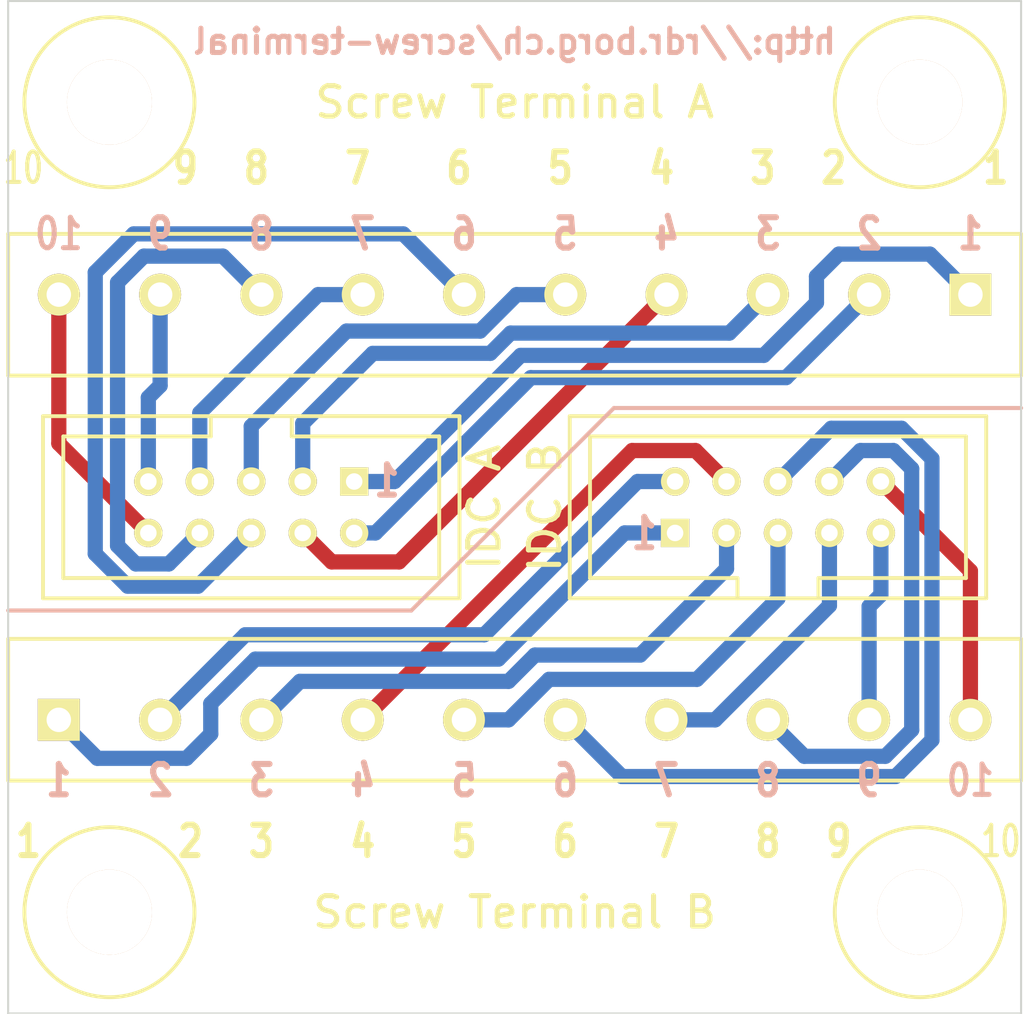
<source format=kicad_pcb>
(kicad_pcb (version 4) (host pcbnew 4.0.2+dfsg1-stable)

  (general
    (links 20)
    (no_connects 0)
    (area 49.697619 48.36745 100.293931 100.050001)
    (thickness 1.6)
    (drawings 50)
    (tracks 96)
    (zones 0)
    (modules 8)
    (nets 21)
  )

  (page A4)
  (title_block
    (title "Borg Bidi Shift Register PCB")
    (rev 1.0)
  )

  (layers
    (0 F.Cu signal)
    (31 B.Cu signal)
    (32 B.Adhes user)
    (33 F.Adhes user)
    (34 B.Paste user)
    (35 F.Paste user)
    (36 B.SilkS user)
    (37 F.SilkS user)
    (38 B.Mask user)
    (39 F.Mask user)
    (40 Dwgs.User user)
    (41 Cmts.User user)
    (42 Eco1.User user)
    (43 Eco2.User user)
    (44 Edge.Cuts user)
    (45 Margin user)
    (46 B.CrtYd user)
    (47 F.CrtYd user)
    (48 B.Fab user)
    (49 F.Fab user)
  )

  (setup
    (last_trace_width 0.75)
    (trace_clearance 0.2)
    (zone_clearance 0.508)
    (zone_45_only no)
    (trace_min 0.2)
    (segment_width 0.2)
    (edge_width 0.1)
    (via_size 0.6)
    (via_drill 0.4)
    (via_min_size 0.4)
    (via_min_drill 0.3)
    (uvia_size 0.3)
    (uvia_drill 0.1)
    (uvias_allowed no)
    (uvia_min_size 0.2)
    (uvia_min_drill 0.1)
    (pcb_text_width 0.3)
    (pcb_text_size 1.5 1.5)
    (mod_edge_width 0.15)
    (mod_text_size 1 1)
    (mod_text_width 0.15)
    (pad_size 1.5 1.5)
    (pad_drill 0.6)
    (pad_to_mask_clearance 0)
    (aux_axis_origin 0 0)
    (grid_origin 79 76.5)
    (visible_elements FFFFFF7F)
    (pcbplotparams
      (layerselection 0x010fc_80000001)
      (usegerberextensions false)
      (excludeedgelayer true)
      (linewidth 0.100000)
      (plotframeref false)
      (viasonmask false)
      (mode 1)
      (useauxorigin false)
      (hpglpennumber 1)
      (hpglpenspeed 20)
      (hpglpendiameter 15)
      (hpglpenoverlay 2)
      (psnegative false)
      (psa4output false)
      (plotreference true)
      (plotvalue true)
      (plotinvisibletext false)
      (padsonsilk false)
      (subtractmaskfromsilk false)
      (outputformat 1)
      (mirror false)
      (drillshape 0)
      (scaleselection 1)
      (outputdirectory production))
  )

  (net 0 "")
  (net 1 "Net-(P11-Pad1)")
  (net 2 "Net-(P11-Pad3)")
  (net 3 "Net-(P11-Pad5)")
  (net 4 "Net-(P11-Pad7)")
  (net 5 "Net-(P11-Pad9)")
  (net 6 "Net-(P11-Pad2)")
  (net 7 "Net-(P11-Pad4)")
  (net 8 "Net-(P11-Pad6)")
  (net 9 "Net-(P11-Pad8)")
  (net 10 "Net-(P11-Pad10)")
  (net 11 "Net-(P21-Pad1)")
  (net 12 "Net-(P21-Pad3)")
  (net 13 "Net-(P21-Pad5)")
  (net 14 "Net-(P21-Pad7)")
  (net 15 "Net-(P21-Pad9)")
  (net 16 "Net-(P21-Pad2)")
  (net 17 "Net-(P21-Pad4)")
  (net 18 "Net-(P21-Pad6)")
  (net 19 "Net-(P21-Pad8)")
  (net 20 "Net-(P21-Pad10)")

  (net_class Default "This is the default net class."
    (clearance 0.2)
    (trace_width 0.75)
    (via_dia 0.6)
    (via_drill 0.4)
    (uvia_dia 0.3)
    (uvia_drill 0.1)
    (add_net "Net-(P11-Pad1)")
    (add_net "Net-(P11-Pad10)")
    (add_net "Net-(P11-Pad2)")
    (add_net "Net-(P11-Pad3)")
    (add_net "Net-(P11-Pad4)")
    (add_net "Net-(P11-Pad5)")
    (add_net "Net-(P11-Pad6)")
    (add_net "Net-(P11-Pad7)")
    (add_net "Net-(P11-Pad8)")
    (add_net "Net-(P11-Pad9)")
    (add_net "Net-(P21-Pad1)")
    (add_net "Net-(P21-Pad10)")
    (add_net "Net-(P21-Pad2)")
    (add_net "Net-(P21-Pad3)")
    (add_net "Net-(P21-Pad4)")
    (add_net "Net-(P21-Pad5)")
    (add_net "Net-(P21-Pad6)")
    (add_net "Net-(P21-Pad7)")
    (add_net "Net-(P21-Pad8)")
    (add_net "Net-(P21-Pad9)")
  )

  (module mech_gen:HOLE_4_2MM_8_4 (layer F.Cu) (tedit 579DC510) (tstamp 579D802B)
    (at 55 55)
    (descr "Module HOLE_4_2MM_8_4, hole 4.200000MM, space 8.400000")
    (path /57ED1F73)
    (fp_text reference M1 (at 0 -5.08) (layer F.SilkS) hide
      (effects (font (size 1.524 1.143) (thickness 0.1905)))
    )
    (fp_text value HOLE (at 0 0) (layer F.SilkS) hide
      (effects (font (thickness 0.15)))
    )
    (fp_circle (center 0 0) (end 4.19862 0) (layer F.SilkS) (width 0.1905))
    (pad "" np_thru_hole circle (at 0 0) (size 4.19862 4.19862) (drill 4.19862) (layers *.Cu *.SilkS *.Mask))
  )

  (module mech_gen:HOLE_4_2MM_8_4 (layer F.Cu) (tedit 579DC515) (tstamp 579D8031)
    (at 95 55)
    (descr "Module HOLE_4_2MM_8_4, hole 4.200000MM, space 8.400000")
    (path /57ED1FAA)
    (fp_text reference M2 (at 0 -5.08) (layer F.SilkS) hide
      (effects (font (size 1.524 1.143) (thickness 0.1905)))
    )
    (fp_text value HOLE (at 0 0) (layer F.SilkS) hide
      (effects (font (thickness 0.15)))
    )
    (fp_circle (center 0 0) (end 4.19862 0) (layer F.SilkS) (width 0.1905))
    (pad "" np_thru_hole circle (at 0 0) (size 4.19862 4.19862) (drill 4.19862) (layers *.Cu *.SilkS *.Mask))
  )

  (module mech_gen:HOLE_4_2MM_8_4 (layer F.Cu) (tedit 579DC520) (tstamp 579D8037)
    (at 55 95)
    (descr "Module HOLE_4_2MM_8_4, hole 4.200000MM, space 8.400000")
    (path /57ED1FD2)
    (fp_text reference M3 (at 0 -5.08) (layer F.SilkS) hide
      (effects (font (size 1.524 1.143) (thickness 0.1905)))
    )
    (fp_text value HOLE (at 0 0) (layer F.SilkS) hide
      (effects (font (thickness 0.15)))
    )
    (fp_circle (center 0 0) (end 4.19862 0) (layer F.SilkS) (width 0.1905))
    (pad "" np_thru_hole circle (at 0 0) (size 4.19862 4.19862) (drill 4.19862) (layers *.Cu *.SilkS *.Mask))
  )

  (module mech_gen:HOLE_4_2MM_8_4 (layer F.Cu) (tedit 579DC51B) (tstamp 579D803D)
    (at 95 95)
    (descr "Module HOLE_4_2MM_8_4, hole 4.200000MM, space 8.400000")
    (path /57ED1FD8)
    (fp_text reference M4 (at 0 -5.08) (layer F.SilkS) hide
      (effects (font (size 1.524 1.143) (thickness 0.1905)))
    )
    (fp_text value HOLE (at 0 0) (layer F.SilkS) hide
      (effects (font (thickness 0.15)))
    )
    (fp_circle (center 0 0) (end 4.19862 0) (layer F.SilkS) (width 0.1905))
    (pad "" np_thru_hole circle (at 0 0) (size 4.19862 4.19862) (drill 4.19862) (layers *.Cu *.SilkS *.Mask))
  )

  (module p_gen_conn:P_10_IDC (layer F.Cu) (tedit 57ED3662) (tstamp 57ED1E8E)
    (at 62 75 180)
    (descr "Module P_10_IDC, IDC connector, 10 pins")
    (path /57ED1BB4)
    (fp_text reference P11 (at 0 5.76834 180) (layer F.SilkS) hide
      (effects (font (size 1.524 1.143) (thickness 0.1905)))
    )
    (fp_text value "IDC A" (at -11.5 0 270) (layer F.SilkS)
      (effects (font (size 1.5 1.5) (thickness 0.25)))
    )
    (fp_line (start -10.27938 4.49834) (end 10.27938 4.49834) (layer F.SilkS) (width 0.1905))
    (fp_line (start 10.27938 4.49834) (end 10.27938 -4.49834) (layer F.SilkS) (width 0.1905))
    (fp_line (start 10.27938 -4.49834) (end -10.27938 -4.49834) (layer F.SilkS) (width 0.1905))
    (fp_line (start -10.27938 -4.49834) (end -10.27938 4.49834) (layer F.SilkS) (width 0.1905))
    (fp_line (start 1.99898 4.49834) (end 1.99898 3.49758) (layer F.SilkS) (width 0.1905))
    (fp_line (start 1.99898 3.49758) (end 9.27862 3.49758) (layer F.SilkS) (width 0.1905))
    (fp_line (start 9.27862 3.49758) (end 9.27862 -3.49758) (layer F.SilkS) (width 0.1905))
    (fp_line (start 9.27862 -3.49758) (end -9.27862 -3.49758) (layer F.SilkS) (width 0.1905))
    (fp_line (start -9.27862 -3.49758) (end -9.27862 3.49758) (layer F.SilkS) (width 0.1905))
    (fp_line (start -9.27862 3.49758) (end -1.99898 3.49758) (layer F.SilkS) (width 0.1905))
    (fp_line (start -1.99898 3.49758) (end -1.99898 4.49834) (layer F.SilkS) (width 0.1905))
    (pad 1 thru_hole rect (at -5.08 1.27 180) (size 1.397 1.397) (drill 0.8128) (layers *.Cu *.Mask F.SilkS)
      (net 1 "Net-(P11-Pad1)"))
    (pad 3 thru_hole circle (at -2.54 1.27 180) (size 1.397 1.397) (drill 0.8128) (layers *.Cu *.Mask F.SilkS)
      (net 2 "Net-(P11-Pad3)"))
    (pad 5 thru_hole circle (at 0 1.27 180) (size 1.397 1.397) (drill 0.8128) (layers *.Cu *.Mask F.SilkS)
      (net 3 "Net-(P11-Pad5)"))
    (pad 7 thru_hole circle (at 2.54 1.27 180) (size 1.397 1.397) (drill 0.8128) (layers *.Cu *.Mask F.SilkS)
      (net 4 "Net-(P11-Pad7)"))
    (pad 9 thru_hole circle (at 5.08 1.27 180) (size 1.397 1.397) (drill 0.8128) (layers *.Cu *.Mask F.SilkS)
      (net 5 "Net-(P11-Pad9)"))
    (pad 2 thru_hole circle (at -5.08 -1.27 180) (size 1.397 1.397) (drill 0.8128) (layers *.Cu *.Mask F.SilkS)
      (net 6 "Net-(P11-Pad2)"))
    (pad 4 thru_hole circle (at -2.54 -1.27 180) (size 1.397 1.397) (drill 0.8128) (layers *.Cu *.Mask F.SilkS)
      (net 7 "Net-(P11-Pad4)"))
    (pad 6 thru_hole circle (at 0 -1.27 180) (size 1.397 1.397) (drill 0.8128) (layers *.Cu *.Mask F.SilkS)
      (net 8 "Net-(P11-Pad6)"))
    (pad 8 thru_hole circle (at 2.54 -1.27 180) (size 1.397 1.397) (drill 0.8128) (layers *.Cu *.Mask F.SilkS)
      (net 9 "Net-(P11-Pad8)"))
    (pad 10 thru_hole circle (at 5.08 -1.27 180) (size 1.397 1.397) (drill 0.8128) (layers *.Cu *.Mask F.SilkS)
      (net 10 "Net-(P11-Pad10)"))
  )

  (module p_gen_conn:P_10_IDC (layer F.Cu) (tedit 57ED366A) (tstamp 57ED1EB9)
    (at 88 75)
    (descr "Module P_10_IDC, IDC connector, 10 pins")
    (path /57ED1E50)
    (fp_text reference P21 (at 0 5.76834) (layer F.SilkS) hide
      (effects (font (size 1.524 1.143) (thickness 0.1905)))
    )
    (fp_text value "IDC B" (at -11.5 0 90) (layer F.SilkS)
      (effects (font (size 1.5 1.5) (thickness 0.25)))
    )
    (fp_line (start -10.27938 4.49834) (end 10.27938 4.49834) (layer F.SilkS) (width 0.1905))
    (fp_line (start 10.27938 4.49834) (end 10.27938 -4.49834) (layer F.SilkS) (width 0.1905))
    (fp_line (start 10.27938 -4.49834) (end -10.27938 -4.49834) (layer F.SilkS) (width 0.1905))
    (fp_line (start -10.27938 -4.49834) (end -10.27938 4.49834) (layer F.SilkS) (width 0.1905))
    (fp_line (start 1.99898 4.49834) (end 1.99898 3.49758) (layer F.SilkS) (width 0.1905))
    (fp_line (start 1.99898 3.49758) (end 9.27862 3.49758) (layer F.SilkS) (width 0.1905))
    (fp_line (start 9.27862 3.49758) (end 9.27862 -3.49758) (layer F.SilkS) (width 0.1905))
    (fp_line (start 9.27862 -3.49758) (end -9.27862 -3.49758) (layer F.SilkS) (width 0.1905))
    (fp_line (start -9.27862 -3.49758) (end -9.27862 3.49758) (layer F.SilkS) (width 0.1905))
    (fp_line (start -9.27862 3.49758) (end -1.99898 3.49758) (layer F.SilkS) (width 0.1905))
    (fp_line (start -1.99898 3.49758) (end -1.99898 4.49834) (layer F.SilkS) (width 0.1905))
    (pad 1 thru_hole rect (at -5.08 1.27) (size 1.397 1.397) (drill 0.8128) (layers *.Cu *.Mask F.SilkS)
      (net 11 "Net-(P21-Pad1)"))
    (pad 3 thru_hole circle (at -2.54 1.27) (size 1.397 1.397) (drill 0.8128) (layers *.Cu *.Mask F.SilkS)
      (net 12 "Net-(P21-Pad3)"))
    (pad 5 thru_hole circle (at 0 1.27) (size 1.397 1.397) (drill 0.8128) (layers *.Cu *.Mask F.SilkS)
      (net 13 "Net-(P21-Pad5)"))
    (pad 7 thru_hole circle (at 2.54 1.27) (size 1.397 1.397) (drill 0.8128) (layers *.Cu *.Mask F.SilkS)
      (net 14 "Net-(P21-Pad7)"))
    (pad 9 thru_hole circle (at 5.08 1.27) (size 1.397 1.397) (drill 0.8128) (layers *.Cu *.Mask F.SilkS)
      (net 15 "Net-(P21-Pad9)"))
    (pad 2 thru_hole circle (at -5.08 -1.27) (size 1.397 1.397) (drill 0.8128) (layers *.Cu *.Mask F.SilkS)
      (net 16 "Net-(P21-Pad2)"))
    (pad 4 thru_hole circle (at -2.54 -1.27) (size 1.397 1.397) (drill 0.8128) (layers *.Cu *.Mask F.SilkS)
      (net 17 "Net-(P21-Pad4)"))
    (pad 6 thru_hole circle (at 0 -1.27) (size 1.397 1.397) (drill 0.8128) (layers *.Cu *.Mask F.SilkS)
      (net 18 "Net-(P21-Pad6)"))
    (pad 8 thru_hole circle (at 2.54 -1.27) (size 1.397 1.397) (drill 0.8128) (layers *.Cu *.Mask F.SilkS)
      (net 19 "Net-(P21-Pad8)"))
    (pad 10 thru_hole circle (at 5.08 -1.27) (size 1.397 1.397) (drill 0.8128) (layers *.Cu *.Mask F.SilkS)
      (net 20 "Net-(P21-Pad10)"))
  )

  (module p_gen_conn:P_10_SCRTERM_5M_SM (layer F.Cu) (tedit 57ED3658) (tstamp 57ED263B)
    (at 75 64.5 180)
    (descr "Module P_10_SCRTERM_5M_SM, screw terminal 10 pins 5M")
    (path /57ED1C05)
    (fp_text reference P12 (at 0 4.26974 180) (layer F.SilkS) hide
      (effects (font (size 1.524 1.143) (thickness 0.1905)))
    )
    (fp_text value "Screw Terminal A" (at 0 9.5 180) (layer F.SilkS)
      (effects (font (size 1.5 1.5) (thickness 0.25)))
    )
    (fp_line (start -24.99868 2.99974) (end 24.99868 2.99974) (layer F.SilkS) (width 0.1905))
    (fp_line (start 24.99868 2.99974) (end 24.99868 -3.99796) (layer F.SilkS) (width 0.1905))
    (fp_line (start 24.99868 -3.99796) (end -24.99868 -3.99796) (layer F.SilkS) (width 0.1905))
    (fp_line (start -24.99868 -3.99796) (end -24.99868 2.99974) (layer F.SilkS) (width 0.1905))
    (pad 1 thru_hole rect (at -22.49932 0 180) (size 2.0701 2.0701) (drill 1.2065) (layers *.Cu *.Mask F.SilkS)
      (net 1 "Net-(P11-Pad1)"))
    (pad 2 thru_hole circle (at -17.49806 0 180) (size 2.0701 2.0701) (drill 1.2065) (layers *.Cu *.Mask F.SilkS)
      (net 6 "Net-(P11-Pad2)"))
    (pad 3 thru_hole circle (at -12.49934 0 180) (size 2.0701 2.0701) (drill 1.2065) (layers *.Cu *.Mask F.SilkS)
      (net 2 "Net-(P11-Pad3)"))
    (pad 4 thru_hole circle (at -7.49808 0 180) (size 2.0701 2.0701) (drill 1.2065) (layers *.Cu *.Mask F.SilkS)
      (net 7 "Net-(P11-Pad4)"))
    (pad 5 thru_hole circle (at -2.49936 0 180) (size 2.0701 2.0701) (drill 1.2065) (layers *.Cu *.Mask F.SilkS)
      (net 3 "Net-(P11-Pad5)"))
    (pad 6 thru_hole circle (at 2.49936 0 180) (size 2.0701 2.0701) (drill 1.2065) (layers *.Cu *.Mask F.SilkS)
      (net 8 "Net-(P11-Pad6)"))
    (pad 7 thru_hole circle (at 7.49808 0 180) (size 2.0701 2.0701) (drill 1.2065) (layers *.Cu *.Mask F.SilkS)
      (net 4 "Net-(P11-Pad7)"))
    (pad 8 thru_hole circle (at 12.49934 0 180) (size 2.0701 2.0701) (drill 1.2065) (layers *.Cu *.Mask F.SilkS)
      (net 9 "Net-(P11-Pad8)"))
    (pad 9 thru_hole circle (at 17.49806 0 180) (size 2.0701 2.0701) (drill 1.2065) (layers *.Cu *.Mask F.SilkS)
      (net 5 "Net-(P11-Pad9)"))
    (pad 10 thru_hole circle (at 22.49932 0 180) (size 2.0701 2.0701) (drill 1.2065) (layers *.Cu *.Mask F.SilkS)
      (net 10 "Net-(P11-Pad10)"))
  )

  (module p_gen_conn:P_10_SCRTERM_5M_SM (layer F.Cu) (tedit 57ED364A) (tstamp 57ED264C)
    (at 75 85.5)
    (descr "Module P_10_SCRTERM_5M_SM, screw terminal 10 pins 5M")
    (path /57ED1E56)
    (fp_text reference P22 (at 0 4.26974) (layer F.SilkS) hide
      (effects (font (size 1.524 1.143) (thickness 0.1905)))
    )
    (fp_text value "Screw Terminal B" (at 0 9.5) (layer F.SilkS)
      (effects (font (size 1.5 1.5) (thickness 0.25)))
    )
    (fp_line (start -24.99868 2.99974) (end 24.99868 2.99974) (layer F.SilkS) (width 0.1905))
    (fp_line (start 24.99868 2.99974) (end 24.99868 -3.99796) (layer F.SilkS) (width 0.1905))
    (fp_line (start 24.99868 -3.99796) (end -24.99868 -3.99796) (layer F.SilkS) (width 0.1905))
    (fp_line (start -24.99868 -3.99796) (end -24.99868 2.99974) (layer F.SilkS) (width 0.1905))
    (pad 1 thru_hole rect (at -22.49932 0) (size 2.0701 2.0701) (drill 1.2065) (layers *.Cu *.Mask F.SilkS)
      (net 11 "Net-(P21-Pad1)"))
    (pad 2 thru_hole circle (at -17.49806 0) (size 2.0701 2.0701) (drill 1.2065) (layers *.Cu *.Mask F.SilkS)
      (net 16 "Net-(P21-Pad2)"))
    (pad 3 thru_hole circle (at -12.49934 0) (size 2.0701 2.0701) (drill 1.2065) (layers *.Cu *.Mask F.SilkS)
      (net 12 "Net-(P21-Pad3)"))
    (pad 4 thru_hole circle (at -7.49808 0) (size 2.0701 2.0701) (drill 1.2065) (layers *.Cu *.Mask F.SilkS)
      (net 17 "Net-(P21-Pad4)"))
    (pad 5 thru_hole circle (at -2.49936 0) (size 2.0701 2.0701) (drill 1.2065) (layers *.Cu *.Mask F.SilkS)
      (net 13 "Net-(P21-Pad5)"))
    (pad 6 thru_hole circle (at 2.49936 0) (size 2.0701 2.0701) (drill 1.2065) (layers *.Cu *.Mask F.SilkS)
      (net 18 "Net-(P21-Pad6)"))
    (pad 7 thru_hole circle (at 7.49808 0) (size 2.0701 2.0701) (drill 1.2065) (layers *.Cu *.Mask F.SilkS)
      (net 14 "Net-(P21-Pad7)"))
    (pad 8 thru_hole circle (at 12.49934 0) (size 2.0701 2.0701) (drill 1.2065) (layers *.Cu *.Mask F.SilkS)
      (net 19 "Net-(P21-Pad8)"))
    (pad 9 thru_hole circle (at 17.49806 0) (size 2.0701 2.0701) (drill 1.2065) (layers *.Cu *.Mask F.SilkS)
      (net 15 "Net-(P21-Pad9)"))
    (pad 10 thru_hole circle (at 22.49932 0) (size 2.0701 2.0701) (drill 1.2065) (layers *.Cu *.Mask F.SilkS)
      (net 20 "Net-(P21-Pad10)"))
  )

  (gr_text http://rdr.borg.ch/screw-terminal (at 75 52) (layer B.SilkS)
    (effects (font (size 1.2 1.2) (thickness 0.25)) (justify mirror))
  )
  (gr_line (start 79.9 70.1) (end 100 70.1) (angle 90) (layer B.SilkS) (width 0.2))
  (gr_line (start 69.9 80.1) (end 79.9 70.1) (angle 90) (layer B.SilkS) (width 0.2))
  (gr_line (start 50 80.1) (end 69.9 80.1) (angle 90) (layer B.SilkS) (width 0.2))
  (gr_text 1 (at 81.4 76.3) (layer B.SilkS)
    (effects (font (size 1.5 1.2) (thickness 0.3)) (justify mirror))
  )
  (gr_text 1 (at 68.7 73.7) (layer B.SilkS)
    (effects (font (size 1.5 1.2) (thickness 0.3)) (justify mirror))
  )
  (gr_text 10 (at 52.5 61.5) (layer B.SilkS) (tstamp 57ED2FA1)
    (effects (font (size 1.5 1.2) (thickness 0.25)) (justify mirror))
  )
  (gr_text 9 (at 57.5 61.5) (layer B.SilkS) (tstamp 57ED2FA0)
    (effects (font (size 1.5 1.2) (thickness 0.3)) (justify mirror))
  )
  (gr_text 8 (at 62.5 61.5) (layer B.SilkS) (tstamp 57ED2F9F)
    (effects (font (size 1.5 1.2) (thickness 0.3)) (justify mirror))
  )
  (gr_text 7 (at 67.5 61.5) (layer B.SilkS) (tstamp 57ED2F9E)
    (effects (font (size 1.5 1.2) (thickness 0.3)) (justify mirror))
  )
  (gr_text 6 (at 72.5 61.5) (layer B.SilkS) (tstamp 57ED2F9D)
    (effects (font (size 1.5 1.2) (thickness 0.3)) (justify mirror))
  )
  (gr_text 5 (at 77.5 61.5) (layer B.SilkS) (tstamp 57ED2F9C)
    (effects (font (size 1.5 1.2) (thickness 0.3)) (justify mirror))
  )
  (gr_text 4 (at 82.5 61.5) (layer B.SilkS) (tstamp 57ED2F9B)
    (effects (font (size 1.5 1.2) (thickness 0.3)) (justify mirror))
  )
  (gr_text 3 (at 87.5 61.5) (layer B.SilkS) (tstamp 57ED2F9A)
    (effects (font (size 1.5 1.2) (thickness 0.3)) (justify mirror))
  )
  (gr_text 2 (at 92.5 61.5) (layer B.SilkS) (tstamp 57ED2F99)
    (effects (font (size 1.5 1.2) (thickness 0.3)) (justify mirror))
  )
  (gr_text 1 (at 97.5 61.5) (layer B.SilkS) (tstamp 57ED2F98)
    (effects (font (size 1.5 1.2) (thickness 0.3)) (justify mirror))
  )
  (gr_text 1 (at 52.5 88.5) (layer B.SilkS) (tstamp 57ED2F3C)
    (effects (font (size 1.5 1.2) (thickness 0.3)) (justify mirror))
  )
  (gr_text 2 (at 57.5 88.5) (layer B.SilkS) (tstamp 57ED2F3B)
    (effects (font (size 1.5 1.2) (thickness 0.3)) (justify mirror))
  )
  (gr_text 3 (at 62.5 88.5) (layer B.SilkS) (tstamp 57ED2F3A)
    (effects (font (size 1.5 1.2) (thickness 0.3)) (justify mirror))
  )
  (gr_text 4 (at 67.5 88.5) (layer B.SilkS) (tstamp 57ED2F39)
    (effects (font (size 1.5 1.2) (thickness 0.3)) (justify mirror))
  )
  (gr_text 5 (at 72.5 88.5) (layer B.SilkS) (tstamp 57ED2F38)
    (effects (font (size 1.5 1.2) (thickness 0.3)) (justify mirror))
  )
  (gr_text 6 (at 77.5 88.5) (layer B.SilkS) (tstamp 57ED2F37)
    (effects (font (size 1.5 1.2) (thickness 0.3)) (justify mirror))
  )
  (gr_text 7 (at 82.5 88.5) (layer B.SilkS) (tstamp 57ED2F36)
    (effects (font (size 1.5 1.2) (thickness 0.3)) (justify mirror))
  )
  (gr_text 8 (at 87.5 88.5) (layer B.SilkS) (tstamp 57ED2F35)
    (effects (font (size 1.5 1.2) (thickness 0.3)) (justify mirror))
  )
  (gr_text 9 (at 92.5 88.5) (layer B.SilkS) (tstamp 57ED2F34)
    (effects (font (size 1.5 1.2) (thickness 0.3)) (justify mirror))
  )
  (gr_text 10 (at 97.5 88.5) (layer B.SilkS) (tstamp 57ED2F33)
    (effects (font (size 1.5 1.2) (thickness 0.25)) (justify mirror))
  )
  (gr_text 1 (at 98.75 58.25) (layer F.SilkS) (tstamp 57ED2D5C)
    (effects (font (size 1.5 1.2) (thickness 0.3)))
  )
  (gr_text 2 (at 90.75 58.25) (layer F.SilkS) (tstamp 57ED2D5B)
    (effects (font (size 1.5 1.2) (thickness 0.3)))
  )
  (gr_text 3 (at 87.25 58.25) (layer F.SilkS) (tstamp 57ED2D5A)
    (effects (font (size 1.5 1.2) (thickness 0.3)))
  )
  (gr_text 4 (at 82.25 58.25) (layer F.SilkS) (tstamp 57ED2D59)
    (effects (font (size 1.5 1.2) (thickness 0.3)))
  )
  (gr_text 5 (at 77.25 58.25) (layer F.SilkS) (tstamp 57ED2D58)
    (effects (font (size 1.5 1.2) (thickness 0.3)))
  )
  (gr_text 6 (at 72.25 58.25) (layer F.SilkS) (tstamp 57ED2D57)
    (effects (font (size 1.5 1.2) (thickness 0.3)))
  )
  (gr_text 7 (at 67.25 58.25) (layer F.SilkS) (tstamp 57ED2D56)
    (effects (font (size 1.5 1.2) (thickness 0.3)))
  )
  (gr_text 8 (at 62.25 58.25) (layer F.SilkS) (tstamp 57ED2D55)
    (effects (font (size 1.5 1.2) (thickness 0.3)))
  )
  (gr_text 9 (at 58.75 58.25) (layer F.SilkS) (tstamp 57ED2D54)
    (effects (font (size 1.5 1.2) (thickness 0.3)))
  )
  (gr_text 10 (at 50.75 58.25) (layer F.SilkS) (tstamp 57ED2D53)
    (effects (font (size 1.5 1) (thickness 0.2)))
  )
  (gr_text 10 (at 99 91.5) (layer F.SilkS)
    (effects (font (size 1.5 1) (thickness 0.2)))
  )
  (gr_text 9 (at 91 91.5) (layer F.SilkS)
    (effects (font (size 1.5 1.2) (thickness 0.3)))
  )
  (gr_text 8 (at 87.5 91.5) (layer F.SilkS)
    (effects (font (size 1.5 1.2) (thickness 0.3)))
  )
  (gr_text 7 (at 82.5 91.5) (layer F.SilkS)
    (effects (font (size 1.5 1.2) (thickness 0.3)))
  )
  (gr_text 6 (at 77.5 91.5) (layer F.SilkS)
    (effects (font (size 1.5 1.2) (thickness 0.3)))
  )
  (gr_text 5 (at 72.5 91.5) (layer F.SilkS)
    (effects (font (size 1.5 1.2) (thickness 0.3)))
  )
  (gr_text 4 (at 67.5 91.5) (layer F.SilkS)
    (effects (font (size 1.5 1.2) (thickness 0.3)))
  )
  (gr_text 3 (at 62.5 91.5) (layer F.SilkS)
    (effects (font (size 1.5 1.2) (thickness 0.3)))
  )
  (gr_text 2 (at 59 91.5) (layer F.SilkS)
    (effects (font (size 1.5 1.2) (thickness 0.3)))
  )
  (gr_text 1 (at 51 91.5) (layer F.SilkS)
    (effects (font (size 1.5 1.2) (thickness 0.3)))
  )
  (gr_line (start 50 100) (end 50 50) (angle 90) (layer Edge.Cuts) (width 0.1))
  (gr_line (start 100 100) (end 50 100) (angle 90) (layer Edge.Cuts) (width 0.1))
  (gr_line (start 100 50) (end 100 100) (angle 90) (layer Edge.Cuts) (width 0.1))
  (gr_line (start 50 50) (end 100 50) (angle 90) (layer Edge.Cuts) (width 0.1))

  (segment (start 67.08 73.73) (end 69.07 73.73) (width 0.75) (layer B.Cu) (net 1))
  (segment (start 69.07 73.73) (end 75.3 67.5) (width 0.75) (layer B.Cu) (net 1) (tstamp 57ED33AF))
  (segment (start 75.3 67.5) (end 87.3 67.5) (width 0.75) (layer B.Cu) (net 1) (tstamp 57ED33B4))
  (segment (start 95.49932 62.5) (end 97.49932 64.5) (width 0.75) (layer B.Cu) (net 1) (tstamp 57ED3282))
  (segment (start 91 62.5) (end 95.49932 62.5) (width 0.75) (layer B.Cu) (net 1) (tstamp 57ED3281))
  (segment (start 89.9 63.6) (end 91 62.5) (width 0.75) (layer B.Cu) (net 1) (tstamp 57ED3280))
  (segment (start 89.9 64.9) (end 89.9 63.6) (width 0.75) (layer B.Cu) (net 1) (tstamp 57ED327F))
  (segment (start 87.3 67.5) (end 89.9 64.9) (width 0.75) (layer B.Cu) (net 1) (tstamp 57ED3277))
  (segment (start 64.54 73.73) (end 64.54 70.86) (width 0.75) (layer B.Cu) (net 2))
  (segment (start 68 67.4) (end 73.8 67.4) (width 0.75) (layer B.Cu) (net 2) (tstamp 57ED3375))
  (segment (start 64.54 70.86) (end 68 67.4) (width 0.75) (layer B.Cu) (net 2) (tstamp 57ED3373))
  (segment (start 85.59934 66.4) (end 87.49934 64.5) (width 0.75) (layer B.Cu) (net 2) (tstamp 57ED3317))
  (segment (start 73.8 67.4) (end 74.8 66.4) (width 0.75) (layer B.Cu) (net 2) (tstamp 57ED3311))
  (segment (start 74.8 66.4) (end 85.59934 66.4) (width 0.75) (layer B.Cu) (net 2) (tstamp 57ED3315))
  (segment (start 62 73.73) (end 62 71) (width 0.75) (layer B.Cu) (net 3))
  (segment (start 66.7 66.3) (end 73.3 66.3) (width 0.75) (layer B.Cu) (net 3) (tstamp 57ED336E))
  (segment (start 62 71) (end 66.7 66.3) (width 0.75) (layer B.Cu) (net 3) (tstamp 57ED336B))
  (segment (start 77.49936 64.5) (end 75.1 64.5) (width 0.75) (layer B.Cu) (net 3))
  (segment (start 75.1 64.5) (end 73.3 66.3) (width 0.75) (layer B.Cu) (net 3) (tstamp 57ED3303))
  (segment (start 59.46 73.73) (end 59.46 70.34) (width 0.75) (layer B.Cu) (net 4))
  (segment (start 65.3 64.5) (end 67.50192 64.5) (width 0.75) (layer B.Cu) (net 4) (tstamp 57ED32B3))
  (segment (start 59.46 70.34) (end 65.3 64.5) (width 0.75) (layer B.Cu) (net 4) (tstamp 57ED32AD))
  (segment (start 56.92 73.73) (end 56.92 69.58) (width 0.75) (layer B.Cu) (net 5))
  (segment (start 57.50194 68.99806) (end 57.50194 64.5) (width 0.75) (layer B.Cu) (net 5) (tstamp 57ED3219))
  (segment (start 56.92 69.58) (end 57.50194 68.99806) (width 0.75) (layer B.Cu) (net 5) (tstamp 57ED3217))
  (segment (start 67.08 76.27) (end 68.13 76.27) (width 0.75) (layer B.Cu) (net 6))
  (segment (start 88.39806 68.6) (end 92.49806 64.5) (width 0.75) (layer B.Cu) (net 6) (tstamp 57ED3363))
  (segment (start 75.8 68.6) (end 88.39806 68.6) (width 0.75) (layer B.Cu) (net 6) (tstamp 57ED3361))
  (segment (start 68.13 76.27) (end 75.8 68.6) (width 0.75) (layer B.Cu) (net 6) (tstamp 57ED3357))
  (segment (start 64.54 76.27) (end 65.97 77.7) (width 0.75) (layer F.Cu) (net 7))
  (segment (start 69.29808 77.7) (end 82.49808 64.5) (width 0.75) (layer F.Cu) (net 7) (tstamp 57ED33F5))
  (segment (start 65.97 77.7) (end 69.29808 77.7) (width 0.75) (layer F.Cu) (net 7) (tstamp 57ED33F1))
  (segment (start 62 76.27) (end 59.37 78.9) (width 0.75) (layer B.Cu) (net 8))
  (segment (start 69.50064 61.5) (end 72.50064 64.5) (width 0.75) (layer B.Cu) (net 8) (tstamp 57ED3350))
  (segment (start 56.2 61.5) (end 69.50064 61.5) (width 0.75) (layer B.Cu) (net 8) (tstamp 57ED334F))
  (segment (start 54.3 63.4) (end 56.2 61.5) (width 0.75) (layer B.Cu) (net 8) (tstamp 57ED3349))
  (segment (start 54.3 77.3) (end 54.3 63.4) (width 0.75) (layer B.Cu) (net 8) (tstamp 57ED3347))
  (segment (start 55.9 78.9) (end 54.3 77.3) (width 0.75) (layer B.Cu) (net 8) (tstamp 57ED3346))
  (segment (start 59.37 78.9) (end 55.9 78.9) (width 0.75) (layer B.Cu) (net 8) (tstamp 57ED3343))
  (segment (start 59.46 76.27) (end 57.93 77.8) (width 0.75) (layer B.Cu) (net 9))
  (segment (start 60.60066 62.6) (end 62.50066 64.5) (width 0.75) (layer B.Cu) (net 9) (tstamp 57ED3340))
  (segment (start 56.7 62.6) (end 60.60066 62.6) (width 0.75) (layer B.Cu) (net 9) (tstamp 57ED333E))
  (segment (start 55.4 63.9) (end 56.7 62.6) (width 0.75) (layer B.Cu) (net 9) (tstamp 57ED333B))
  (segment (start 55.4 76.9) (end 55.4 63.9) (width 0.75) (layer B.Cu) (net 9) (tstamp 57ED3339))
  (segment (start 56.3 77.8) (end 55.4 76.9) (width 0.75) (layer B.Cu) (net 9) (tstamp 57ED3337))
  (segment (start 57.93 77.8) (end 56.3 77.8) (width 0.75) (layer B.Cu) (net 9) (tstamp 57ED3333))
  (segment (start 56.92 76.27) (end 52.50068 71.85068) (width 0.75) (layer F.Cu) (net 10))
  (segment (start 52.50068 71.85068) (end 52.50068 64.5) (width 0.75) (layer F.Cu) (net 10) (tstamp 57ED33CB))
  (segment (start 74.2 82.5) (end 80.43 76.27) (width 0.75) (layer B.Cu) (net 11))
  (segment (start 74.2 82.5) (end 62.2 82.5) (width 0.75) (layer B.Cu) (net 11) (tstamp 57ED31EB))
  (segment (start 62.2 82.5) (end 60 84.7) (width 0.75) (layer B.Cu) (net 11) (tstamp 57ED31EC))
  (segment (start 60 84.7) (end 60 86.2) (width 0.75) (layer B.Cu) (net 11) (tstamp 57ED31ED))
  (segment (start 60 86.2) (end 58.8 87.4) (width 0.75) (layer B.Cu) (net 11) (tstamp 57ED31EE))
  (segment (start 58.8 87.4) (end 54.40068 87.4) (width 0.75) (layer B.Cu) (net 11) (tstamp 57ED31EF))
  (segment (start 52.50068 85.5) (end 54.40068 87.4) (width 0.75) (layer B.Cu) (net 11) (tstamp 57ED31F0))
  (segment (start 80.43 76.27) (end 82.92 76.27) (width 0.75) (layer B.Cu) (net 11) (tstamp 57ED31FE))
  (segment (start 85.46 76.27) (end 85.46 78.04) (width 0.75) (layer B.Cu) (net 12))
  (segment (start 81.2 82.3) (end 76 82.3) (width 0.75) (layer B.Cu) (net 12) (tstamp 57ED33C1))
  (segment (start 85.46 78.04) (end 81.2 82.3) (width 0.75) (layer B.Cu) (net 12) (tstamp 57ED33C0))
  (segment (start 64.40066 83.6) (end 62.50066 85.5) (width 0.75) (layer B.Cu) (net 12) (tstamp 57ED31E6))
  (segment (start 76 82.3) (end 74.7 83.6) (width 0.75) (layer B.Cu) (net 12) (tstamp 57ED31E4))
  (segment (start 74.7 83.6) (end 64.40066 83.6) (width 0.75) (layer B.Cu) (net 12) (tstamp 57ED31E5))
  (segment (start 88 76.27) (end 88 79.5) (width 0.75) (layer B.Cu) (net 13))
  (segment (start 84 83.5) (end 76.7 83.5) (width 0.75) (layer B.Cu) (net 13) (tstamp 57ED339E))
  (segment (start 88 79.5) (end 84 83.5) (width 0.75) (layer B.Cu) (net 13) (tstamp 57ED339C))
  (segment (start 74.7 85.5) (end 72.50064 85.5) (width 0.75) (layer B.Cu) (net 13) (tstamp 57ED31E0))
  (segment (start 76.7 83.5) (end 74.7 85.5) (width 0.75) (layer B.Cu) (net 13) (tstamp 57ED31DF))
  (segment (start 82.49808 85.5) (end 84.9 85.5) (width 0.75) (layer B.Cu) (net 14))
  (segment (start 90.54 79.86) (end 90.54 76.27) (width 0.75) (layer B.Cu) (net 14) (tstamp 57ED3390))
  (segment (start 84.9 85.5) (end 90.54 79.86) (width 0.75) (layer B.Cu) (net 14) (tstamp 57ED338D))
  (segment (start 93.08 76.27) (end 93.08 79.32) (width 0.75) (layer B.Cu) (net 15))
  (segment (start 92.49806 79.90194) (end 92.49806 85.5) (width 0.75) (layer B.Cu) (net 15) (tstamp 57ED31D6))
  (segment (start 93.08 79.32) (end 92.49806 79.90194) (width 0.75) (layer B.Cu) (net 15) (tstamp 57ED31D5))
  (segment (start 82.92 73.73) (end 81.07 73.73) (width 0.75) (layer B.Cu) (net 16))
  (segment (start 61.70194 81.3) (end 57.50194 85.5) (width 0.75) (layer B.Cu) (net 16) (tstamp 57ED31F8))
  (segment (start 73.5 81.3) (end 61.70194 81.3) (width 0.75) (layer B.Cu) (net 16) (tstamp 57ED31F6))
  (segment (start 81.07 73.73) (end 73.5 81.3) (width 0.75) (layer B.Cu) (net 16) (tstamp 57ED31F3))
  (segment (start 85.46 73.73) (end 83.93 72.2) (width 0.75) (layer F.Cu) (net 17))
  (segment (start 80.80192 72.2) (end 67.50192 85.5) (width 0.75) (layer F.Cu) (net 17) (tstamp 57ED33E1))
  (segment (start 83.93 72.2) (end 80.80192 72.2) (width 0.75) (layer F.Cu) (net 17) (tstamp 57ED33DE))
  (segment (start 88 73.73) (end 90.63 71.1) (width 0.75) (layer B.Cu) (net 18))
  (segment (start 80.29936 88.3) (end 77.49936 85.5) (width 0.75) (layer B.Cu) (net 18) (tstamp 57ED320E))
  (segment (start 93.8 88.3) (end 80.29936 88.3) (width 0.75) (layer B.Cu) (net 18) (tstamp 57ED320D))
  (segment (start 95.6 86.5) (end 93.8 88.3) (width 0.75) (layer B.Cu) (net 18) (tstamp 57ED320C))
  (segment (start 95.6 72.6) (end 95.6 86.5) (width 0.75) (layer B.Cu) (net 18) (tstamp 57ED320B))
  (segment (start 94.1 71.1) (end 95.6 72.6) (width 0.75) (layer B.Cu) (net 18) (tstamp 57ED320A))
  (segment (start 90.63 71.1) (end 94.1 71.1) (width 0.75) (layer B.Cu) (net 18) (tstamp 57ED3209))
  (segment (start 90.54 73.73) (end 92.07 72.2) (width 0.75) (layer B.Cu) (net 19))
  (segment (start 89.29934 87.3) (end 87.49934 85.5) (width 0.75) (layer B.Cu) (net 19) (tstamp 57ED3206))
  (segment (start 93.3 87.3) (end 89.29934 87.3) (width 0.75) (layer B.Cu) (net 19) (tstamp 57ED3205))
  (segment (start 94.6 86) (end 93.3 87.3) (width 0.75) (layer B.Cu) (net 19) (tstamp 57ED3204))
  (segment (start 94.6 73.1) (end 94.6 86) (width 0.75) (layer B.Cu) (net 19) (tstamp 57ED3203))
  (segment (start 93.7 72.2) (end 94.6 73.1) (width 0.75) (layer B.Cu) (net 19) (tstamp 57ED3202))
  (segment (start 92.07 72.2) (end 93.7 72.2) (width 0.75) (layer B.Cu) (net 19) (tstamp 57ED3201))
  (segment (start 93.08 73.73) (end 97.49932 78.14932) (width 0.75) (layer F.Cu) (net 20))
  (segment (start 97.49932 78.14932) (end 97.49932 85.5) (width 0.75) (layer F.Cu) (net 20) (tstamp 57ED33FC))

)

</source>
